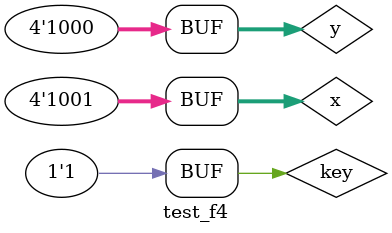
<source format=v>

module choice (output s, input a, input b, input key);
	assign s = ( (a & key) | ( b & ~key) );
endmodule // OR_GATE


//-------------------------
// OR_GATE
//-------------------------
module or_gate (output s, input a, input b);
	assign s = (a | b);
endmodule // OR_GATE

//-------------------------
// AND_GATE
//-------------------------
module and_gate (output s, input a, input b);
	assign s = (a & b);
endmodule // AND_GATE

// ------------------------- definir dados
module test_f4;
   reg  [3:0] x;
	reg  [3:0] y;
	reg  [0:0] key;
	
	wire [3:0] saida_and;
	wire [3:0] saida_or;
	wire [7:0] resultado;
	
	// Descricao do circutio principal
		//Resultado da AND bit a bit
	   and_gate and_0 (saida_and[0], x[0], y[0]);
		and_gate and_1 (saida_and[1], x[1], y[1]);
		and_gate and_2 (saida_and[2], x[2], y[2]);
		and_gate and_3 (saida_and[3], x[3], y[3]);
	
		//Resultado da OR bit a bit
	   or_gate or_0 (saida_or[0], x[0], y[0]);
		or_gate or_1 (saida_or[1], x[1], y[1]);
		or_gate or_2 (saida_or[2], x[2], y[2]);
		or_gate or_3 (saida_or[3], x[3], y[3]);
	
		//Definicao do resultado de acordo com a key
		choice resultado_0 (resultado[0], saida_and[0], saida_or[0], key);
		choice resultado_1 (resultado[1], saida_and[1], saida_or[1], key);
		choice resultado_2 (resultado[2], saida_and[2], saida_or[2], key);
		choice resultado_3 (resultado[3], saida_and[3], saida_or[3], key);
		
		choice resultado_4 (resultado[4], ~saida_and[0], ~saida_or[0], key);
		choice resultado_5 (resultado[5], ~saida_and[1], ~saida_or[1], key);
		choice resultado_6 (resultado[6], ~saida_and[2], ~saida_or[2], key);
		choice resultado_7 (resultado[7], ~saida_and[3], ~saida_or[3], key);
// ------------------------- parte principal
   initial begin
		//Descricao
      $display("Exemplo0033 - Eduardo Manoel - 427396");
      $display("Test LU's module");
		$display("KEY = 0 -> OR/NOR\nKEY = 1 -> AND/NAND\n");
		//Testes
		#1 x = 4'b0101; y = 4'b1010; key = 0;
		$monitor("Resultado KEY = %1b\n X -> %4b \t Y-> %4b \n Resultado da porta normal-> %4b \t Resultado da porta negada: %4b\n", key, x, y, resultado[3:0], resultado[7:4]);
		#2 x = 4'b0101; y = 4'b1010; key = 1;
		
		#3 x = 4'b1111; y = 4'b0000; key = 0;
		#4 x = 4'b1111; y = 4'b0000; key = 1;
		
		#5 x = 4'b1001; y = 4'b1000; key = 0;
		#6 x = 4'b1001; y = 4'b1000; key = 1;
end
endmodule // test_f4
</source>
